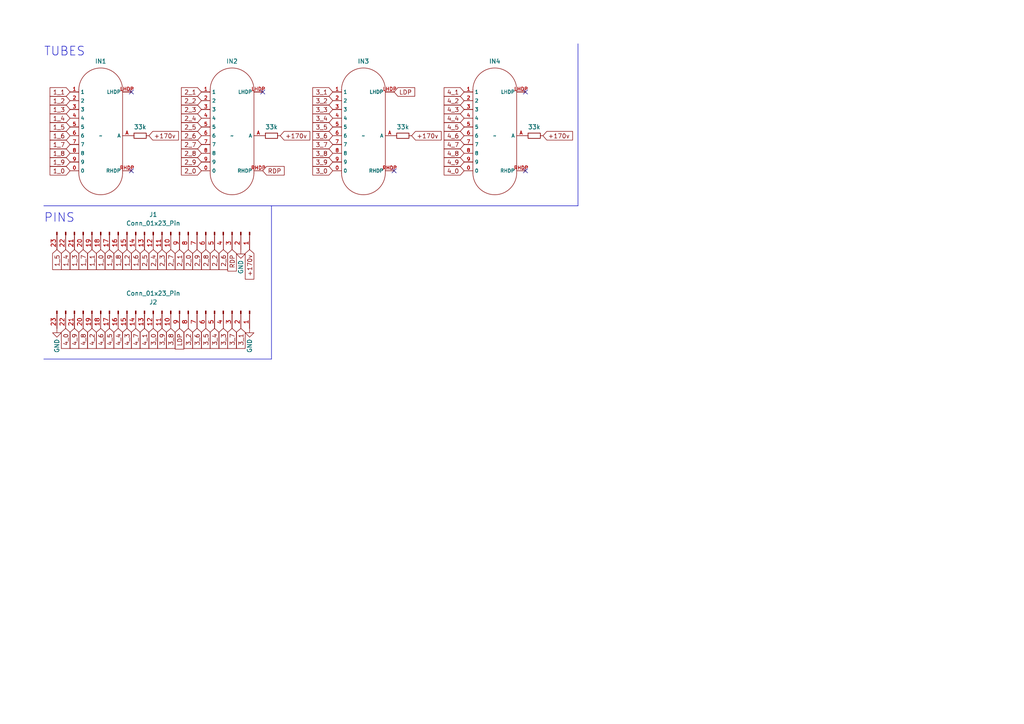
<source format=kicad_sch>
(kicad_sch (version 20230121) (generator eeschema)
  (paper "A4")
  (lib_symbols
    (symbol "Connector:Conn_01x23_Pin" (pin_names (offset 1.016) hide)
      (property "Reference" "J" (at 0 30.48 0))
      (property "Value" "Conn_01x23_Pin" (at 0 -30.48 0))
      (symbol "Conn_01x23_Pin_1_1"
        (polyline (pts (xy 1.27 -27.94) (xy 0.8636 -27.94)) (stroke (width 0.1524)))
        (polyline (pts (xy 1.27 -25.4) (xy 0.8636 -25.4)) (stroke (width 0.1524)))
        (polyline (pts (xy 1.27 -22.86) (xy 0.8636 -22.86)) (stroke (width 0.1524)))
        (polyline (pts (xy 1.27 -20.32) (xy 0.8636 -20.32)) (stroke (width 0.1524)))
        (polyline (pts (xy 1.27 -17.78) (xy 0.8636 -17.78)) (stroke (width 0.1524)))
        (polyline (pts (xy 1.27 -15.24) (xy 0.8636 -15.24)) (stroke (width 0.1524)))
        (polyline (pts (xy 1.27 -12.7) (xy 0.8636 -12.7)) (stroke (width 0.1524)))
        (polyline (pts (xy 1.27 -10.16) (xy 0.8636 -10.16)) (stroke (width 0.1524)))
        (polyline (pts (xy 1.27 -7.62) (xy 0.8636 -7.62)) (stroke (width 0.1524)))
        (polyline (pts (xy 1.27 -5.08) (xy 0.8636 -5.08)) (stroke (width 0.1524)))
        (polyline (pts (xy 1.27 -2.54) (xy 0.8636 -2.54)) (stroke (width 0.1524)))
        (polyline (pts (xy 1.27 0) (xy 0.8636 0)) (stroke (width 0.1524)))
        (polyline (pts (xy 1.27 2.54) (xy 0.8636 2.54)) (stroke (width 0.1524)))
        (polyline (pts (xy 1.27 5.08) (xy 0.8636 5.08)) (stroke (width 0.1524)))
        (polyline (pts (xy 1.27 7.62) (xy 0.8636 7.62)) (stroke (width 0.1524)))
        (polyline (pts (xy 1.27 10.16) (xy 0.8636 10.16)) (stroke (width 0.1524)))
        (polyline (pts (xy 1.27 12.7) (xy 0.8636 12.7)) (stroke (width 0.1524)))
        (polyline (pts (xy 1.27 15.24) (xy 0.8636 15.24)) (stroke (width 0.1524)))
        (polyline (pts (xy 1.27 17.78) (xy 0.8636 17.78)) (stroke (width 0.1524)))
        (polyline (pts (xy 1.27 20.32) (xy 0.8636 20.32)) (stroke (width 0.1524)))
        (polyline (pts (xy 1.27 22.86) (xy 0.8636 22.86)) (stroke (width 0.1524)))
        (polyline (pts (xy 1.27 25.4) (xy 0.8636 25.4)) (stroke (width 0.1524)))
        (polyline (pts (xy 1.27 27.94) (xy 0.8636 27.94)) (stroke (width 0.1524)))
        (rectangle (start 0.8636 -27.813) (end 0 -28.067) (stroke (width 0.1524)) (fill (type outline)))
        (rectangle (start 0.8636 -25.273) (end 0 -25.527) (stroke (width 0.1524)) (fill (type outline)))
        (rectangle (start 0.8636 -22.733) (end 0 -22.987) (stroke (width 0.1524)) (fill (type outline)))
        (rectangle (start 0.8636 -20.193) (end 0 -20.447) (stroke (width 0.1524)) (fill (type outline)))
        (rectangle (start 0.8636 -17.653) (end 0 -17.907) (stroke (width 0.1524)) (fill (type outline)))
        (rectangle (start 0.8636 -15.113) (end 0 -15.367) (stroke (width 0.1524)) (fill (type outline)))
        (rectangle (start 0.8636 -12.573) (end 0 -12.827) (stroke (width 0.1524)) (fill (type outline)))
        (rectangle (start 0.8636 -10.033) (end 0 -10.287) (stroke (width 0.1524)) (fill (type outline)))
        (rectangle (start 0.8636 -7.493) (end 0 -7.747) (stroke (width 0.1524)) (fill (type outline)))
        (rectangle (start 0.8636 -4.953) (end 0 -5.207) (stroke (width 0.1524)) (fill (type outline)))
        (rectangle (start 0.8636 -2.413) (end 0 -2.667) (stroke (width 0.1524)) (fill (type outline)))
        (rectangle (start 0.8636 0.127) (end 0 -0.127) (stroke (width 0.1524)) (fill (type outline)))
        (rectangle (start 0.8636 2.667) (end 0 2.413) (stroke (width 0.1524)) (fill (type outline)))
        (rectangle (start 0.8636 5.207) (end 0 4.953) (stroke (width 0.1524)) (fill (type outline)))
        (rectangle (start 0.8636 7.747) (end 0 7.493) (stroke (width 0.1524)) (fill (type outline)))
        (rectangle (start 0.8636 10.287) (end 0 10.033) (stroke (width 0.1524)) (fill (type outline)))
        (rectangle (start 0.8636 12.827) (end 0 12.573) (stroke (width 0.1524)) (fill (type outline)))
        (rectangle (start 0.8636 15.367) (end 0 15.113) (stroke (width 0.1524)) (fill (type outline)))
        (rectangle (start 0.8636 17.907) (end 0 17.653) (stroke (width 0.1524)) (fill (type outline)))
        (rectangle (start 0.8636 20.447) (end 0 20.193) (stroke (width 0.1524)) (fill (type outline)))
        (rectangle (start 0.8636 22.987) (end 0 22.733) (stroke (width 0.1524)) (fill (type outline)))
        (rectangle (start 0.8636 25.527) (end 0 25.273) (stroke (width 0.1524)) (fill (type outline)))
        (rectangle (start 0.8636 28.067) (end 0 27.813) (stroke (width 0.1524)) (fill (type outline)))
        (pin passive line (at 5.08 27.94 180) (length 3.81) (name "Pin_1") (number "1"))
        (pin passive line (at 5.08 5.08 180) (length 3.81) (name "Pin_10") (number "10"))
        (pin passive line (at 5.08 2.54 180) (length 3.81) (name "Pin_11") (number "11"))
        (pin passive line (at 5.08 0 180) (length 3.81) (name "Pin_12") (number "12"))
        (pin passive line (at 5.08 -2.54 180) (length 3.81) (name "Pin_13") (number "13"))
        (pin passive line (at 5.08 -5.08 180) (length 3.81) (name "Pin_14") (number "14"))
        (pin passive line (at 5.08 -7.62 180) (length 3.81) (name "Pin_15") (number "15"))
        (pin passive line (at 5.08 -10.16 180) (length 3.81) (name "Pin_16") (number "16"))
        (pin passive line (at 5.08 -12.7 180) (length 3.81) (name "Pin_17") (number "17"))
        (pin passive line (at 5.08 -15.24 180) (length 3.81) (name "Pin_18") (number "18"))
        (pin passive line (at 5.08 -17.78 180) (length 3.81) (name "Pin_19") (number "19"))
        (pin passive line (at 5.08 25.4 180) (length 3.81) (name "Pin_2") (number "2"))
        (pin passive line (at 5.08 -20.32 180) (length 3.81) (name "Pin_20") (number "20"))
        (pin passive line (at 5.08 -22.86 180) (length 3.81) (name "Pin_21") (number "21"))
        (pin passive line (at 5.08 -25.4 180) (length 3.81) (name "Pin_22") (number "22"))
        (pin passive line (at 5.08 -27.94 180) (length 3.81) (name "Pin_23") (number "23"))
        (pin passive line (at 5.08 22.86 180) (length 3.81) (name "Pin_3") (number "3"))
        (pin passive line (at 5.08 20.32 180) (length 3.81) (name "Pin_4") (number "4"))
        (pin passive line (at 5.08 17.78 180) (length 3.81) (name "Pin_5") (number "5"))
        (pin passive line (at 5.08 15.24 180) (length 3.81) (name "Pin_6") (number "6"))
        (pin passive line (at 5.08 12.7 180) (length 3.81) (name "Pin_7") (number "7"))
        (pin passive line (at 5.08 10.16 180) (length 3.81) (name "Pin_8") (number "8"))
        (pin passive line (at 5.08 7.62 180) (length 3.81) (name "Pin_9") (number "9"))
      )
    )
    (symbol "Device:R_Small" (pin_numbers hide) (pin_names (offset 0.254) hide)
      (property "Reference" "R" (at 0.762 0.508 0))
      (property "Value" "R_Small" (at 0.762 -1.016 0))
      (symbol "R_Small_0_1"
        (rectangle (start -0.762 1.778) (end 0.762 -1.778) (stroke (width 0.2032)))
      )
      (symbol "R_Small_1_1"
        (pin passive line (at 0 2.54 270) (length 0.762) (name "~") (number "1"))
        (pin passive line (at 0 -2.54 90) (length 0.762) (name "~") (number "2"))
      )
    )
    (symbol "Indicator_Tube:IN-16"
      (property "Reference" "IN" (at 0 13.97 0))
      (symbol "IN-16_1_0"
        (polyline (pts (xy -6.35 -12.065) (xy -6.35 12.065)) (fill (type background)))
        (polyline (pts (xy 6.35 -12.065) (xy 6.35 12.065)) (fill (type background)))
      )
      (symbol "IN-16_1_1"
        (arc (start -6.35 -12.065) (mid 0 -18.3874) (end 6.35 -12.065))
        (arc (start 6.35 12.065) (mid 0 18.3874) (end -6.35 12.065))
        (pin passive line (at -8.89 -11.43 0) (length 2.54) (name "0") (number "0"))
        (pin passive line (at -8.89 11.43 0) (length 2.54) (name "1") (number "1"))
        (pin passive line (at -8.89 8.89 0) (length 2.54) (name "2") (number "2"))
        (pin passive line (at -8.89 6.35 0) (length 2.54) (name "3") (number "3"))
        (pin passive line (at -8.89 3.81 0) (length 2.54) (name "4") (number "4"))
        (pin passive line (at -8.89 1.27 0) (length 2.54) (name "5") (number "5"))
        (pin passive line (at -8.89 -1.27 0) (length 2.54) (name "6") (number "6"))
        (pin passive line (at -8.89 -3.81 0) (length 2.54) (name "7") (number "7"))
        (pin passive line (at -8.89 -6.35 0) (length 2.54) (name "8") (number "8"))
        (pin passive line (at -8.89 -8.89 0) (length 2.54) (name "9") (number "9"))
        (pin passive line (at 8.89 -1.27 180) (length 2.54) (name "A") (number "A"))
        (pin passive line (at 8.89 11.43 180) (length 2.54) (name "LHDP") (number "LHDP"))
        (pin passive line (at 8.89 -11.43 180) (length 2.54) (name "RHDP") (number "RHDP"))
      )
    )
    (symbol "power:GND" (power) (pin_names (offset 0))
      (property "Value" "GND" (at 0 -3.81 0))
      (symbol "GND_0_1"
        (polyline (pts (xy 0 0) (xy 0 -1.27) (xy 1.27 -1.27) (xy 0 -2.54) (xy -1.27 -1.27) (xy 0 -1.27)))
      )
      (symbol "GND_1_1"
        (pin power_in line (at 0 0 270) (length 0) hide (name "GND") (number "1"))
      )
    )
  )
  (no_connect (at 76.2 26.67))
  (no_connect (at 152.4 26.67))
  (no_connect (at 114.3 49.53))
  (no_connect (at 38.1 26.67))
  (no_connect (at 38.1 49.53))
  (no_connect (at 152.4 49.53))
  (polyline (pts (xy 78.74 104.14) (xy 78.74 59.69)))
  (polyline (pts (xy 12.7 104.14) (xy 78.74 104.14)))
  (polyline (pts (xy 167.64 12.7) (xy 167.64 59.69)))
  (polyline (pts (xy 12.7 59.69) (xy 167.64 59.69)))
  (text "TUBES" (at 12.7 16.51 0) (effects (font (size 2.54 2.54)) (justify left bottom)))
  (text "PINS" (at 12.7 64.77 0) (effects (font (size 2.54 2.54)) (justify left bottom)))
  (global_label "1_4" (shape input) (at 19.05 72.39 270) (property "Intersheetrefs" "${INTERSHEET_REFS}" (effects hide)))
  (global_label "3_5" (shape input) (at 59.69 95.25 270) (property "Intersheetrefs" "${INTERSHEET_REFS}" (effects hide)))
  (global_label "1_2" (shape input) (at 36.83 72.39 270) (property "Intersheetrefs" "${INTERSHEET_REFS}" (effects hide)))
  (global_label "2_4" (shape input) (at 44.45 72.39 270) (property "Intersheetrefs" "${INTERSHEET_REFS}" (effects hide)))
  (global_label "2_7" (shape input) (at 49.53 72.39 270) (property "Intersheetrefs" "${INTERSHEET_REFS}" (effects hide)))
  (global_label "4_1" (shape input) (at 41.91 95.25 270) (property "Intersheetrefs" "${INTERSHEET_REFS}" (effects hide)))
  (global_label "+170v" (shape input) (at 43.18 39.37 0) (property "Intersheetrefs" "${INTERSHEET_REFS}" (effects hide)))
  (global_label "2_4" (shape input) (at 58.42 34.29 180) (property "Intersheetrefs" "${INTERSHEET_REFS}" (effects hide)))
  (global_label "+170v" (shape input) (at 119.38 39.37 0) (property "Intersheetrefs" "${INTERSHEET_REFS}" (effects hide)))
  (global_label "1_7" (shape input) (at 24.13 72.39 270) (property "Intersheetrefs" "${INTERSHEET_REFS}" (effects hide)))
  (global_label "1_3" (shape input) (at 20.32 31.75 180) (property "Intersheetrefs" "${INTERSHEET_REFS}" (effects hide)))
  (global_label "2_9" (shape input) (at 58.42 46.99 180) (property "Intersheetrefs" "${INTERSHEET_REFS}" (effects hide)))
  (global_label "1_0" (shape input) (at 29.21 72.39 270) (property "Intersheetrefs" "${INTERSHEET_REFS}" (effects hide)))
  (global_label "4_3" (shape input) (at 134.62 31.75 180) (property "Intersheetrefs" "${INTERSHEET_REFS}" (effects hide)))
  (global_label "4_5" (shape input) (at 134.62 36.83 180) (property "Intersheetrefs" "${INTERSHEET_REFS}" (effects hide)))
  (global_label "4_6" (shape input) (at 134.62 39.37 180) (property "Intersheetrefs" "${INTERSHEET_REFS}" (effects hide)))
  (global_label "1_6" (shape input) (at 39.37 72.39 270) (property "Intersheetrefs" "${INTERSHEET_REFS}" (effects hide)))
  (global_label "1_1" (shape input) (at 20.32 26.67 180) (property "Intersheetrefs" "${INTERSHEET_REFS}" (effects hide)))
  (global_label "4_0" (shape input) (at 134.62 49.53 180) (property "Intersheetrefs" "${INTERSHEET_REFS}" (effects hide)))
  (global_label "2_9" (shape input) (at 57.15 72.39 270) (property "Intersheetrefs" "${INTERSHEET_REFS}" (effects hide)))
  (global_label "2_1" (shape input) (at 52.07 72.39 270) (property "Intersheetrefs" "${INTERSHEET_REFS}" (effects hide)))
  (global_label "2_5" (shape input) (at 41.91 72.39 270) (property "Intersheetrefs" "${INTERSHEET_REFS}" (effects hide)))
  (global_label "3_9" (shape input) (at 96.52 46.99 180) (property "Intersheetrefs" "${INTERSHEET_REFS}" (effects hide)))
  (global_label "3_1" (shape input) (at 69.85 95.25 270) (property "Intersheetrefs" "${INTERSHEET_REFS}" (effects hide)))
  (global_label "4_9" (shape input) (at 134.62 46.99 180) (property "Intersheetrefs" "${INTERSHEET_REFS}" (effects hide)))
  (global_label "4_4" (shape input) (at 34.29 95.25 270) (property "Intersheetrefs" "${INTERSHEET_REFS}" (effects hide)))
  (global_label "1_3" (shape input) (at 21.59 72.39 270) (property "Intersheetrefs" "${INTERSHEET_REFS}" (effects hide)))
  (global_label "LDP" (shape input) (at 114.3 26.67 0) (property "Intersheetrefs" "${INTERSHEET_REFS}" (effects hide)))
  (global_label "4_7" (shape input) (at 39.37 95.25 270) (property "Intersheetrefs" "${INTERSHEET_REFS}" (effects hide)))
  (global_label "RDP" (shape input) (at 67.31 72.39 270) (property "Intersheetrefs" "${INTERSHEET_REFS}" (effects hide)))
  (global_label "1_0" (shape input) (at 20.32 49.53 180) (property "Intersheetrefs" "${INTERSHEET_REFS}" (effects hide)))
  (global_label "+170v" (shape input) (at 72.39 72.39 270) (property "Intersheetrefs" "${INTERSHEET_REFS}" (effects hide)))
  (global_label "3_8" (shape input) (at 49.53 95.25 270) (property "Intersheetrefs" "${INTERSHEET_REFS}" (effects hide)))
  (global_label "3_0" (shape input) (at 96.52 49.53 180) (property "Intersheetrefs" "${INTERSHEET_REFS}" (effects hide)))
  (global_label "2_6" (shape input) (at 64.77 72.39 270) (property "Intersheetrefs" "${INTERSHEET_REFS}" (effects hide)))
  (global_label "2_1" (shape input) (at 58.42 26.67 180) (property "Intersheetrefs" "${INTERSHEET_REFS}" (effects hide)))
  (global_label "4_2" (shape input) (at 26.67 95.25 270) (property "Intersheetrefs" "${INTERSHEET_REFS}" (effects hide)))
  (global_label "3_7" (shape input) (at 67.31 95.25 270) (property "Intersheetrefs" "${INTERSHEET_REFS}" (effects hide)))
  (global_label "2_0" (shape input) (at 58.42 49.53 180) (property "Intersheetrefs" "${INTERSHEET_REFS}" (effects hide)))
  (global_label "3_4" (shape input) (at 96.52 34.29 180) (property "Intersheetrefs" "${INTERSHEET_REFS}" (effects hide)))
  (global_label "1_9" (shape input) (at 20.32 46.99 180) (property "Intersheetrefs" "${INTERSHEET_REFS}" (effects hide)))
  (global_label "3_8" (shape input) (at 96.52 44.45 180) (property "Intersheetrefs" "${INTERSHEET_REFS}" (effects hide)))
  (global_label "2_8" (shape input) (at 58.42 44.45 180) (property "Intersheetrefs" "${INTERSHEET_REFS}" (effects hide)))
  (global_label "2_6" (shape input) (at 58.42 39.37 180) (property "Intersheetrefs" "${INTERSHEET_REFS}" (effects hide)))
  (global_label "1_8" (shape input) (at 34.29 72.39 270) (property "Intersheetrefs" "${INTERSHEET_REFS}" (effects hide)))
  (global_label "2_0" (shape input) (at 54.61 72.39 270) (property "Intersheetrefs" "${INTERSHEET_REFS}" (effects hide)))
  (global_label "1_4" (shape input) (at 20.32 34.29 180) (property "Intersheetrefs" "${INTERSHEET_REFS}" (effects hide)))
  (global_label "4_3" (shape input) (at 36.83 95.25 270) (property "Intersheetrefs" "${INTERSHEET_REFS}" (effects hide)))
  (global_label "LDP" (shape input) (at 52.07 95.25 270) (property "Intersheetrefs" "${INTERSHEET_REFS}" (effects hide)))
  (global_label "2_5" (shape input) (at 58.42 36.83 180) (property "Intersheetrefs" "${INTERSHEET_REFS}" (effects hide)))
  (global_label "2_8" (shape input) (at 59.69 72.39 270) (property "Intersheetrefs" "${INTERSHEET_REFS}" (effects hide)))
  (global_label "2_3" (shape input) (at 58.42 31.75 180) (property "Intersheetrefs" "${INTERSHEET_REFS}" (effects hide)))
  (global_label "1_8" (shape input) (at 20.32 44.45 180) (property "Intersheetrefs" "${INTERSHEET_REFS}" (effects hide)))
  (global_label "3_3" (shape input) (at 64.77 95.25 270) (property "Intersheetrefs" "${INTERSHEET_REFS}" (effects hide)))
  (global_label "1_7" (shape input) (at 20.32 41.91 180) (property "Intersheetrefs" "${INTERSHEET_REFS}" (effects hide)))
  (global_label "4_8" (shape input) (at 24.13 95.25 270) (property "Intersheetrefs" "${INTERSHEET_REFS}" (effects hide)))
  (global_label "4_5" (shape input) (at 31.75 95.25 270) (property "Intersheetrefs" "${INTERSHEET_REFS}" (effects hide)))
  (global_label "3_4" (shape input) (at 62.23 95.25 270) (property "Intersheetrefs" "${INTERSHEET_REFS}" (effects hide)))
  (global_label "3_1" (shape input) (at 96.52 26.67 180) (property "Intersheetrefs" "${INTERSHEET_REFS}" (effects hide)))
  (global_label "2_3" (shape input) (at 46.99 72.39 270) (property "Intersheetrefs" "${INTERSHEET_REFS}" (effects hide)))
  (global_label "3_3" (shape input) (at 96.52 31.75 180) (property "Intersheetrefs" "${INTERSHEET_REFS}" (effects hide)))
  (global_label "4_2" (shape input) (at 134.62 29.21 180) (property "Intersheetrefs" "${INTERSHEET_REFS}" (effects hide)))
  (global_label "2_2" (shape input) (at 58.42 29.21 180) (property "Intersheetrefs" "${INTERSHEET_REFS}" (effects hide)))
  (global_label "3_6" (shape input) (at 57.15 95.25 270) (property "Intersheetrefs" "${INTERSHEET_REFS}" (effects hide)))
  (global_label "1_5" (shape input) (at 16.51 72.39 270) (property "Intersheetrefs" "${INTERSHEET_REFS}" (effects hide)))
  (global_label "1_1" (shape input) (at 26.67 72.39 270) (property "Intersheetrefs" "${INTERSHEET_REFS}" (effects hide)))
  (global_label "1_6" (shape input) (at 20.32 39.37 180) (property "Intersheetrefs" "${INTERSHEET_REFS}" (effects hide)))
  (global_label "+170v" (shape input) (at 81.28 39.37 0) (property "Intersheetrefs" "${INTERSHEET_REFS}" (effects hide)))
  (global_label "+170v" (shape input) (at 157.48 39.37 0) (property "Intersheetrefs" "${INTERSHEET_REFS}" (effects hide)))
  (global_label "3_9" (shape input) (at 46.99 95.25 270) (property "Intersheetrefs" "${INTERSHEET_REFS}" (effects hide)))
  (global_label "3_2" (shape input) (at 54.61 95.25 270) (property "Intersheetrefs" "${INTERSHEET_REFS}" (effects hide)))
  (global_label "3_7" (shape input) (at 96.52 41.91 180) (property "Intersheetrefs" "${INTERSHEET_REFS}" (effects hide)))
  (global_label "3_5" (shape input) (at 96.52 36.83 180) (property "Intersheetrefs" "${INTERSHEET_REFS}" (effects hide)))
  (global_label "3_6" (shape input) (at 96.52 39.37 180) (property "Intersheetrefs" "${INTERSHEET_REFS}" (effects hide)))
  (global_label "4_4" (shape input) (at 134.62 34.29 180) (property "Intersheetrefs" "${INTERSHEET_REFS}" (effects hide)))
  (global_label "3_0" (shape input) (at 44.45 95.25 270) (property "Intersheetrefs" "${INTERSHEET_REFS}" (effects hide)))
  (global_label "4_1" (shape input) (at 134.62 26.67 180) (property "Intersheetrefs" "${INTERSHEET_REFS}" (effects hide)))
  (global_label "1_9" (shape input) (at 31.75 72.39 270) (property "Intersheetrefs" "${INTERSHEET_REFS}" (effects hide)))
  (global_label "1_2" (shape input) (at 20.32 29.21 180) (property "Intersheetrefs" "${INTERSHEET_REFS}" (effects hide)))
  (global_label "2_7" (shape input) (at 58.42 41.91 180) (property "Intersheetrefs" "${INTERSHEET_REFS}" (effects hide)))
  (global_label "3_2" (shape input) (at 96.52 29.21 180) (property "Intersheetrefs" "${INTERSHEET_REFS}" (effects hide)))
  (global_label "4_9" (shape input) (at 21.59 95.25 270) (property "Intersheetrefs" "${INTERSHEET_REFS}" (effects hide)))
  (global_label "4_7" (shape input) (at 134.62 41.91 180) (property "Intersheetrefs" "${INTERSHEET_REFS}" (effects hide)))
  (global_label "4_8" (shape input) (at 134.62 44.45 180) (property "Intersheetrefs" "${INTERSHEET_REFS}" (effects hide)))
  (global_label "4_0" (shape input) (at 19.05 95.25 270) (property "Intersheetrefs" "${INTERSHEET_REFS}" (effects hide)))
  (global_label "RDP" (shape input) (at 76.2 49.53 0) (property "Intersheetrefs" "${INTERSHEET_REFS}" (effects hide)))
  (global_label "1_5" (shape input) (at 20.32 36.83 180) (property "Intersheetrefs" "${INTERSHEET_REFS}" (effects hide)))
  (global_label "2_2" (shape input) (at 62.23 72.39 270) (property "Intersheetrefs" "${INTERSHEET_REFS}" (effects hide)))
  (global_label "4_6" (shape input) (at 29.21 95.25 270) (property "Intersheetrefs" "${INTERSHEET_REFS}" (effects hide)))
  (symbol (lib_id "power:GND") (at 16.51 95.25 0) (mirror y) (unit 1)
    (property "Reference" "#PWR01" (effects hide))
    (property "Value" "GND" (at 16.51 100.33 90))
  )
  (symbol (lib_id "Device:R_Small") (at 78.74 39.37 90) (unit 1)
    (property "Reference" "R2" (effects hide))
    (property "Value" "33k" (at 78.74 36.83 90))
    (property "Footprint" "Resistor_SMD:R_0805_2012Metric" (effects hide))
  )
  (symbol (lib_id "Indicator_Tube:IN-16") (at 105.41 38.1 0) (unit 1)
    (property "Reference" "IN3" (at 105.41 17.78 0))
    (property "Value" "~" (at 105.41 39.37 0))
    (property "Footprint" "Indicator-Tube:IN-16" (effects hide))
  )
  (symbol (lib_id "Connector:Conn_01x23_Pin") (at 44.45 67.31 270) (unit 1)
    (property "Reference" "J1" (at 44.45 62.23 90))
    (property "Value" "Conn_01x23_Pin" (at 44.45 64.77 90))
    (property "Footprint" "Connector_PinHeader_2.54mm:PinHeader_1x23_P2.54mm_Vertical_SMD_Pin1Left" (effects hide))
  )
  (symbol (lib_id "power:GND") (at 69.85 72.39 0) (unit 1)
    (property "Reference" "#PWR013" (effects hide))
    (property "Value" "GND" (at 69.85 77.47 90))
  )
  (symbol (lib_id "Indicator_Tube:IN-16") (at 143.51 38.1 0) (unit 1)
    (property "Reference" "IN4" (at 143.51 17.78 0))
    (property "Value" "~" (at 143.51 39.37 0))
    (property "Footprint" "Indicator-Tube:IN-16" (effects hide))
  )
  (symbol (lib_id "Connector:Conn_01x23_Pin") (at 44.45 90.17 270) (unit 1)
    (property "Reference" "J2" (at 44.45 87.63 90))
    (property "Value" "Conn_01x23_Pin" (at 44.45 85.09 90))
    (property "Footprint" "Connector_PinHeader_2.54mm:PinHeader_1x23_P2.54mm_Vertical_SMD_Pin1Left" (effects hide))
  )
  (symbol (lib_id "Indicator_Tube:IN-16") (at 29.21 38.1 0) (unit 1)
    (property "Reference" "IN1" (at 29.21 17.78 0))
    (property "Value" "~" (at 29.21 39.37 0))
    (property "Footprint" "Indicator-Tube:IN-16" (effects hide))
  )
  (symbol (lib_id "power:GND") (at 72.39 95.25 0) (mirror y) (unit 1)
    (property "Reference" "#PWR02" (effects hide))
    (property "Value" "GND" (at 72.39 100.33 90))
  )
  (symbol (lib_id "Device:R_Small") (at 40.64 39.37 90) (unit 1)
    (property "Reference" "R1" (effects hide))
    (property "Value" "33k" (at 40.64 36.83 90))
    (property "Footprint" "Resistor_SMD:R_0805_2012Metric" (effects hide))
  )
  (symbol (lib_id "Indicator_Tube:IN-16") (at 67.31 38.1 0) (unit 1)
    (property "Reference" "IN2" (at 67.31 17.78 0))
    (property "Value" "~" (at 67.31 39.37 0))
    (property "Footprint" "Indicator-Tube:IN-16" (effects hide))
  )
  (symbol (lib_id "Device:R_Small") (at 154.94 39.37 90) (unit 1)
    (property "Reference" "R4" (effects hide))
    (property "Value" "33k" (at 154.94 36.83 90))
    (property "Footprint" "Resistor_SMD:R_0805_2012Metric" (effects hide))
  )
  (symbol (lib_id "Device:R_Small") (at 116.84 39.37 90) (unit 1)
    (property "Reference" "R3" (effects hide))
    (property "Value" "33k" (at 116.84 36.83 90))
    (property "Footprint" "Resistor_SMD:R_0805_2012Metric" (effects hide))
  )
)
</source>
